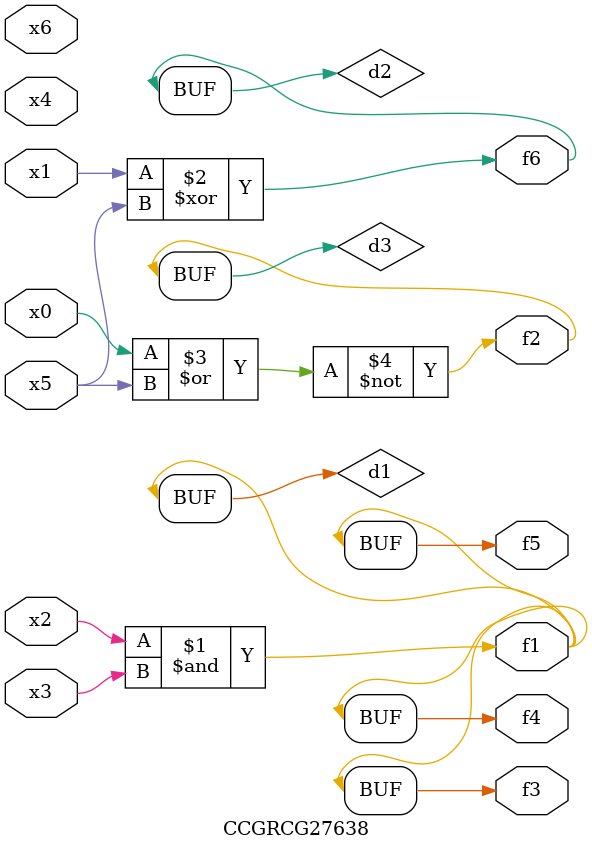
<source format=v>
module CCGRCG27638(
	input x0, x1, x2, x3, x4, x5, x6,
	output f1, f2, f3, f4, f5, f6
);

	wire d1, d2, d3;

	and (d1, x2, x3);
	xor (d2, x1, x5);
	nor (d3, x0, x5);
	assign f1 = d1;
	assign f2 = d3;
	assign f3 = d1;
	assign f4 = d1;
	assign f5 = d1;
	assign f6 = d2;
endmodule

</source>
